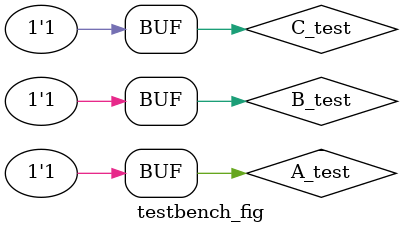
<source format=v>
module testbench_fig;
  reg A_test, B_test, C_test;
  wire out_test;
   
  // Variabile interne create pentru debug (figura 2)
  // wire NotA, NandBC, AndA, NotC,AndBC, NotAndA,Xor, out;
  
   
  fig_2 test_fig(
    .A(A_test),
    .B(B_test),
    .C(C_test),
    .out(out_test));
  
  /*    Variabile interne initializate pentru debug (figura 2)
  assign NotA = test_fig.outNotA;
  assign NandBC = test_fig.outNandBC;
  assign AndA = test_fig.outAndA;
  assign NotC = test_fig.outNotC;
  assign AndBC = test_fig.outAndBC;
  assign NotAndA = test_fig.outNotAndA;
  assign Xor = test_fig.outXor;
  assign out = test_fig.out;
  */
  
  initial
  begin
    #0 
    	A_test = 1'b0;
    	B_test = 1'b0;
    	C_test = 1'b0;
    
    #5
    	C_test = 1'b1;  
    #5 
    	B_test = 1'b1;
    	C_test = 1'b0;
    
    #5
    	C_test = 1'b1;
    #5 
    	A_test = 1'b1;
    	B_test = 1'b0;
    	C_test = 1'b0;
    #5
    	C_test = 1'b1;  
    #5 
    	B_test = 1'b1;
    	C_test = 1'b0;
    
    #5
    	C_test = 1'b1;
  
    
  end
endmodule
    

</source>
